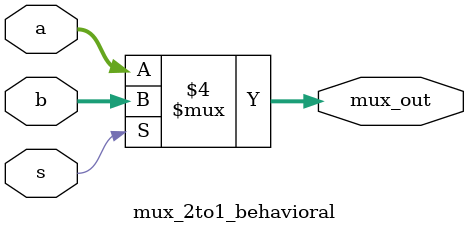
<source format=v>
module mux_2to1_behavioral (
  input [3:0] a,
  input [3:0] b,
  input s,
  output reg [3:0] mux_out
);

  always @(*) begin
    if (s == 1'b0) begin
      mux_out = a;
    end else begin
      mux_out = b;
    end
  end

endmodule

</source>
